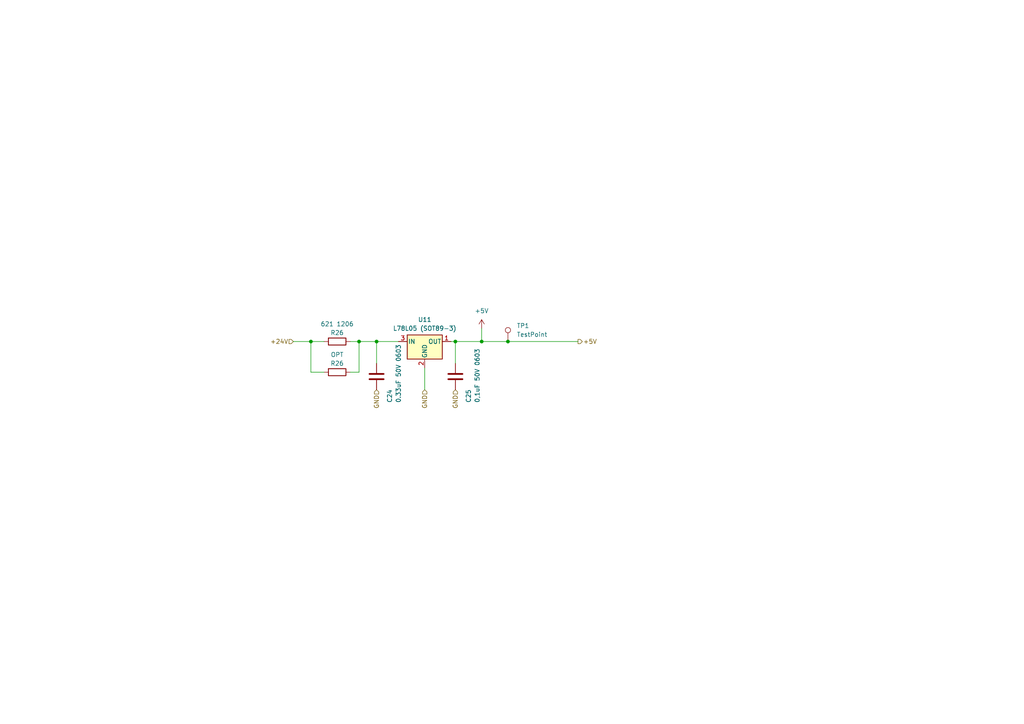
<source format=kicad_sch>
(kicad_sch (version 20230121) (generator eeschema)
  (paper "A4")
  (lib_symbols
    (symbol "Connector:TestPoint" (pin_numbers hide) (pin_names (offset 0.762) hide)
      (property "Reference" "TP" (at 0 6.858 0))
      (property "Value" "TestPoint" (at 0 5.08 0))
      (symbol "TestPoint_0_1"
        (circle (center 0 3.302) (radius 0.762))
      )
      (symbol "TestPoint_1_1"
        (pin passive line (at 0 0 90) (length 2.54) (name "1") (number "1"))
      )
    )
    (symbol "Device:C" (pin_numbers hide) (pin_names (offset 0.254))
      (property "Reference" "C" (at 0.635 2.54 0))
      (property "Value" "C" (at 0.635 -2.54 0))
      (symbol "C_0_1"
        (polyline (pts (xy -2.032 -0.762) (xy 2.032 -0.762)) (stroke (width 0.508)))
        (polyline (pts (xy -2.032 0.762) (xy 2.032 0.762)) (stroke (width 0.508)))
      )
      (symbol "C_1_1"
        (pin passive line (at 0 3.81 270) (length 2.794) (name "~") (number "1"))
        (pin passive line (at 0 -3.81 90) (length 2.794) (name "~") (number "2"))
      )
    )
    (symbol "Device:R" (pin_numbers hide) (pin_names (offset 0))
      (property "Reference" "R" (at 2.032 0 90))
      (property "Value" "R" (at 0 0 90))
      (symbol "R_0_1"
        (rectangle (start -1.016 -2.54) (end 1.016 2.54) (stroke (width 0.254)))
      )
      (symbol "R_1_1"
        (pin passive line (at 0 3.81 270) (length 1.27) (name "~") (number "1"))
        (pin passive line (at 0 -3.81 90) (length 1.27) (name "~") (number "2"))
      )
    )
    (symbol "PCM_4ms_Power-symbol:+5V" (power) (pin_numbers hide) (pin_names (offset 0) hide)
      (property "Value" "+5V" (at 0 3.556 0))
      (symbol "+5V_0_1"
        (polyline (pts (xy -0.762 1.27) (xy 0 2.54)))
        (polyline (pts (xy 0 0) (xy 0 2.54)))
        (polyline (pts (xy 0 2.54) (xy 0.762 1.27)))
      )
      (symbol "+5V_1_1"
        (pin power_in line (at 0 0 90) (length 0) hide (name "+5V") (number "1"))
      )
    )
    (symbol "Regulator_Linear:L78L05_SOT89" (pin_names (offset 0.254))
      (property "Reference" "U" (at -3.81 3.175 0))
      (property "Value" "L78L05_SOT89" (at -0.635 3.175 0))
      (symbol "L78L05_SOT89_0_1"
        (rectangle (start -5.08 1.905) (end 5.08 -5.08) (stroke (width 0.254)) (fill (type background)))
      )
      (symbol "L78L05_SOT89_1_1"
        (pin power_out line (at 7.62 0 180) (length 2.54) (name "OUT") (number "1"))
        (pin power_in line (at 0 -7.62 90) (length 2.54) (name "GND") (number "2"))
        (pin power_in line (at -7.62 0 0) (length 2.54) (name "IN") (number "3"))
      )
    )
  )
  (junction (at 109.22 99.06))
  (junction (at 90.17 99.06))
  (junction (at 104.14 99.06))
  (junction (at 132.08 99.06))
  (junction (at 147.32 99.06))
  (junction (at 139.7 99.06))
  (wire (pts (xy 147.32 99.06) (xy 167.64 99.06)))
  (wire (pts (xy 93.98 107.95) (xy 90.17 107.95)))
  (wire (pts (xy 109.22 99.06) (xy 109.22 105.41)))
  (wire (pts (xy 104.14 99.06) (xy 101.6 99.06)))
  (wire (pts (xy 85.09 99.06) (xy 90.17 99.06)))
  (wire (pts (xy 115.57 99.06) (xy 109.22 99.06)))
  (wire (pts (xy 132.08 105.41) (xy 132.08 99.06)))
  (wire (pts (xy 104.14 107.95) (xy 104.14 99.06)))
  (wire (pts (xy 132.08 99.06) (xy 139.7 99.06)))
  (wire (pts (xy 130.81 99.06) (xy 132.08 99.06)))
  (wire (pts (xy 90.17 107.95) (xy 90.17 99.06)))
  (wire (pts (xy 123.19 113.03) (xy 123.19 106.68)))
  (wire (pts (xy 101.6 107.95) (xy 104.14 107.95)))
  (wire (pts (xy 139.7 99.06) (xy 147.32 99.06)))
  (wire (pts (xy 90.17 99.06) (xy 93.98 99.06)))
  (wire (pts (xy 109.22 99.06) (xy 104.14 99.06)))
  (wire (pts (xy 139.7 99.06) (xy 139.7 95.25)))
  (hierarchical_label "GND" (shape input) (at 123.19 113.03 270))
  (hierarchical_label "GND" (shape input) (at 109.22 113.03 270))
  (hierarchical_label "+24V" (shape input) (at 85.09 99.06 180))
  (hierarchical_label "GND" (shape input) (at 132.08 113.03 270))
  (hierarchical_label "+5V" (shape output) (at 167.64 99.06 0))
  (symbol (lib_id "Device:R") (at 97.79 99.06 270) (unit 1)
    (property "Reference" "R26" (at 97.79 96.52 90))
    (property "Value" "621 1206" (at 97.79 93.98 90))
    (property "Footprint" "PCM_Resistor_SMD_AKL:R_1206_3216Metric_Pad1.42x1.75mm_HandSolder" (effects hide))
    (instances (project "Плата дискретных входов" (path "" (reference "R26") (unit 1)) (path "" (reference "R22") (unit 1))))
  )
  (symbol (lib_id "Device:R") (at 97.79 107.95 270) (unit 1)
    (property "Reference" "R26" (at 97.79 105.41 90))
    (property "Value" "OPT" (at 97.79 102.87 90))
    (property "Footprint" "PCM_Resistor_SMD_AKL:R_1206_3216Metric_Pad1.42x1.75mm_HandSolder" (effects hide))
    (instances (project "Плата дискретных входов" (path "" (reference "R26") (unit 1)) (path "" (reference "R53") (unit 1))))
  )
  (symbol (lib_id "Regulator_Linear:L78L05_SOT89") (at 123.19 99.06 0) (unit 1)
    (property "Reference" "U11" (at 123.19 92.71 0))
    (property "Value" "L78L05 (SOT89-3)" (at 123.19 95.25 0))
    (property "Footprint" "Package_TO_SOT_SMD:SOT-89-3" (effects hide))
    (property "Datasheet" "http://www.st.com/content/ccc/resource/technical/document/datasheet/15/55/e5/aa/23/5b/43/fd/CD00000446.pdf/files/CD00000446.pdf/jcr:content/translations/en.CD00000446.pdf" (effects hide))
  )
  (symbol (lib_id "Connector:TestPoint") (at 147.32 99.06 0) (unit 1)
    (property "Reference" "TP1" (at 149.86 94.488 0) (effects (justify left)))
    (property "Value" "TestPoint" (at 149.86 97.028 0) (effects (justify left)))
    (property "Footprint" "PCM_4ms_TestPoint:TestPoint_D1" (effects hide))
  )
  (symbol (lib_id "Device:C") (at 109.22 109.22 0) (unit 1)
    (property "Reference" "C24" (at 113.03 116.84 90) (effects (justify left)))
    (property "Value" "0.33uF 50V 0603" (at 115.57 116.84 90) (effects (justify left)))
    (property "Footprint" "Capacitor_SMD:C_0603_1608Metric_Pad1.08x0.95mm_HandSolder" (effects hide))
  )
  (symbol (lib_id "Device:C") (at 132.08 109.22 0) (unit 1)
    (property "Reference" "C25" (at 135.89 116.84 90) (effects (justify left)))
    (property "Value" "0,1uF 50V 0603" (at 138.43 116.84 90) (effects (justify left)))
    (property "Footprint" "Capacitor_SMD:C_0603_1608Metric_Pad1.08x0.95mm_HandSolder" (effects hide))
  )
  (symbol (lib_id "PCM_4ms_Power-symbol:+5V") (at 139.7 95.25 0) (unit 1)
    (property "Reference" "#PWR088" (effects hide))
    (property "Value" "+5V" (at 139.7 90.17 0))
  )
)
</source>
